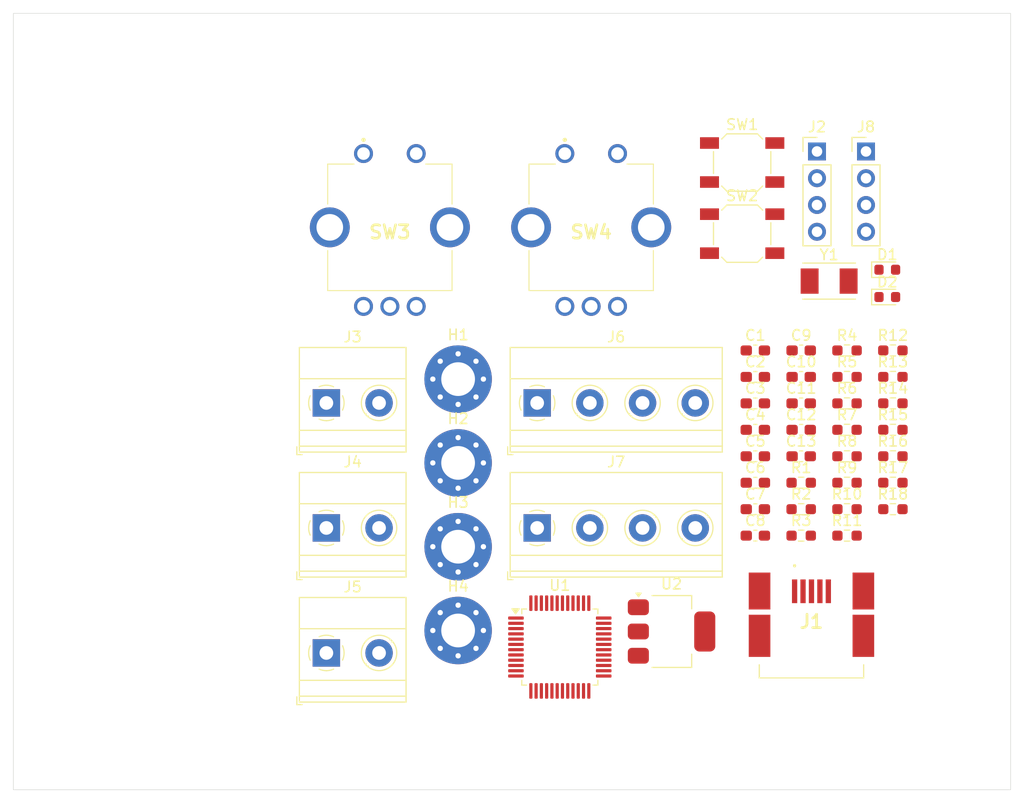
<source format=kicad_pcb>
(kicad_pcb (version 20240108) (generator "pcbnew") (generator_version "8.0")
  (layers (0 "F.Cu" signal) (1 "In1.Cu" signal) (2 "In2.Cu" signal) (31 "B.Cu" signal) (34 "B.Paste" user) (35 "F.Paste" user) (36 "B.SilkS" user "B.Silkscreen") (37 "F.SilkS" user "F.Silkscreen") (38 "B.Mask" user) (39 "F.Mask" user) (44 "Edge.Cuts" user))
  (net 0 "")
  (net 1 "Net-(U1-PD0)")
  (net 2 "GND")
  (net 3 "Net-(U1-PD1)")
  (net 4 "Net-(C3-Pad1)")
  (net 5 "+3V3")
  (net 6 "VBUS")
  (net 7 "Net-(C8-Pad1)")
  (net 8 "/FEED_RESET")
  (net 9 "Net-(C10-Pad1)")
  (net 10 "Net-(C11-Pad1)")
  (net 11 "Net-(C12-Pad1)")
  (net 12 "/RAPID_RESET")
  (net 13 "Net-(D1-A)")
  (net 14 "Net-(D2-A)")
  (net 15 "CASE")
  (net 17 "/D+")
  (net 18 "/D-")
  (net 19 "/RST")
  (net 20 "/SWD")
  (net 21 "/SCK")
  (net 22 "Net-(J6-Pin_4)")
  (net 23 "Net-(J6-Pin_3)")
  (net 24 "Net-(J6-Pin_2)")
  (net 25 "Net-(J6-Pin_1)")
  (net 26 "Net-(J7-Pin_1)")
  (net 27 "Net-(J7-Pin_4)")
  (net 28 "Net-(J7-Pin_3)")
  (net 29 "Net-(J7-Pin_2)")
  (net 30 "/I2C_SCL")
  (net 31 "/I2C_SDA")
  (net 32 "Net-(U1-BOOT0)")
  (net 33 "Net-(J1-Shield)")
  (net 34 "/LED")
  (net 35 "Net-(R9-Pad2)")
  (net 36 "/FEED_B")
  (net 37 "/FEED_A")
  (net 38 "/RAPID_A")
  (net 39 "/RAPID_B")
  (net 40 "Net-(R17-Pad2)")
  (footprint "Resistor_SMD:R_0603_1608Metric_Pad0.98x0.95mm_HandSolder" (layer "F.Cu") (at 167.9 98.475)
    (property "Reference" "R18" (at 0 -1.43 0) (layer "F.SilkS"))
    (property "Value" "2k2")
    (pad "1" smd roundrect (at -0.9125 0) (size 0.975 0.95) (layers "F.Cu" "F.Paste" "F.Mask") (net 5 "+3V3"))
    (pad "2" smd roundrect (at 0.9125 0) (size 0.975 0.95) (layers "F.Cu" "F.Paste" "F.Mask") (net 12 "/RAPID_RESET"))
  )
  (footprint "cnc-interface-panel-footprints:PEC11L4115FS0020" (layer "F.Cu") (at 136.775 64.735)
    (property "Reference" "SW4" (at 2.5 7.45 0) (layer "F.SilkS") (effects (font (size 1.27 1.27) (thickness 0.254))))
    (property "Value" "RAPID" (hide yes))
    (pad "1" thru_hole circle (at 0 0) (size 1.8 1.8) (drill 1.2) (layers "*.Cu" "*.Mask"))
    (pad "2" thru_hole circle (at 5 0) (size 1.8 1.8) (drill 1.2) (layers "*.Cu" "*.Mask"))
    (pad "A1" thru_hole circle (at 0 14.5) (size 1.8 1.8) (drill 1.2) (layers "*.Cu" "*.Mask"))
    (pad "B1" thru_hole circle (at 5 14.5) (size 1.8 1.8) (drill 1.2) (layers "*.Cu" "*.Mask"))
    (pad "C1" thru_hole circle (at 2.5 14.5) (size 1.8 1.8) (drill 1.2) (layers "*.Cu" "*.Mask"))
    (pad "MH1" thru_hole circle (at -3.2 7) (size 3.786 3.786) (drill 2.5239) (layers "*.Cu" "*.Mask"))
    (pad "MH2" thru_hole circle (at 8.2 7) (size 3.786 3.786) (drill 2.5239) (layers "*.Cu" "*.Mask"))
  )
  (footprint "Capacitor_SMD:C_0603_1608Metric_Pad1.08x0.95mm_HandSolder" (layer "F.Cu") (at 154.85 85.925)
    (property "Reference" "C2" (at 0 -1.43 0) (layer "F.SilkS"))
    (property "Value" "22pF")
    (pad "1" smd roundrect (at -0.8625 0) (size 1.075 0.95) (layers "F.Cu" "F.Paste" "F.Mask") (net 3 "Net-(U1-PD1)"))
    (pad "2" smd roundrect (at 0.8625 0) (size 1.075 0.95) (layers "F.Cu" "F.Paste" "F.Mask") (net 2 "GND"))
  )
  (footprint "MountingHole:MountingHole_3.2mm_M3_Pad_Via" (layer "F.Cu") (at 126.65 86.135)
    (property "Reference" "H1" (at 0 -4.2 0) (layer "F.SilkS"))
    (property "Value" "~")
    (pad "1" thru_hole circle (at -2.4 0) (size 0.8 0.8) (drill 0.5) (layers "*.Cu" "*.Mask") (net 15 "CASE"))
    (pad "1" thru_hole circle (at -1.697056 -1.697056) (size 0.8 0.8) (drill 0.5) (layers "*.Cu" "*.Mask") (net 15 "CASE"))
    (pad "1" thru_hole circle (at -1.697056 1.697056) (size 0.8 0.8) (drill 0.5) (layers "*.Cu" "*.Mask") (net 15 "CASE"))
    (pad "1" thru_hole circle (at 0 -2.4) (size 0.8 0.8) (drill 0.5) (layers "*.Cu" "*.Mask") (net 15 "CASE"))
    (pad "1" thru_hole circle (at 0 0) (size 6.4 6.4) (drill 3.2) (layers "*.Cu" "*.Mask") (net 15 "CASE"))
    (pad "1" thru_hole circle (at 0 2.4) (size 0.8 0.8) (drill 0.5) (layers "*.Cu" "*.Mask") (net 15 "CASE"))
    (pad "1" thru_hole circle (at 1.697056 -1.697056) (size 0.8 0.8) (drill 0.5) (layers "*.Cu" "*.Mask") (net 15 "CASE"))
    (pad "1" thru_hole circle (at 1.697056 1.697056) (size 0.8 0.8) (drill 0.5) (layers "*.Cu" "*.Mask") (net 15 "CASE"))
    (pad "1" thru_hole circle (at 2.4 0) (size 0.8 0.8) (drill 0.5) (layers "*.Cu" "*.Mask") (net 15 "CASE"))
  )
  (footprint "Resistor_SMD:R_0603_1608Metric_Pad0.98x0.95mm_HandSolder" (layer "F.Cu") (at 159.2 98.475)
    (property "Reference" "R2" (at 0 -1.43 0) (layer "F.SilkS"))
    (property "Value" "2k2")
    (pad "1" smd roundrect (at -0.9125 0) (size 0.975 0.95) (layers "F.Cu" "F.Paste" "F.Mask") (net 5 "+3V3"))
    (pad "2" smd roundrect (at 0.9125 0) (size 0.975 0.95) (layers "F.Cu" "F.Paste" "F.Mask") (net 4 "Net-(C3-Pad1)"))
  )
  (footprint "Resistor_SMD:R_0603_1608Metric_Pad0.98x0.95mm_HandSolder" (layer "F.Cu") (at 167.9 88.435)
    (property "Reference" "R14" (at 0 -1.43 0) (layer "F.SilkS"))
    (property "Value" "2k2")
    (pad "1" smd roundrect (at -0.9125 0) (size 0.975 0.95) (layers "F.Cu" "F.Paste" "F.Mask") (net 39 "/RAPID_B"))
    (pad "2" smd roundrect (at 0.9125 0) (size 0.975 0.95) (layers "F.Cu" "F.Paste" "F.Mask") (net 10 "Net-(C11-Pad1)"))
  )
  (footprint "Resistor_SMD:R_0603_1608Metric_Pad0.98x0.95mm_HandSolder" (layer "F.Cu") (at 167.9 90.945)
    (property "Reference" "R15" (at 0 -1.43 0) (layer "F.SilkS"))
    (property "Value" "2k2")
    (pad "1" smd roundrect (at -0.9125 0) (size 0.975 0.95) (layers "F.Cu" "F.Paste" "F.Mask") (net 5 "+3V3"))
    (pad "2" smd roundrect (at 0.9125 0) (size 0.975 0.95) (layers "F.Cu" "F.Paste" "F.Mask") (net 10 "Net-(C11-Pad1)"))
  )
  (footprint "cnc-interface-panel-footprints:Crystal_SMD_TXC_7A-2Pin_5x3.2mm" (layer "F.Cu") (at 161.85 76.835)
    (property "Reference" "Y1" (at 0 -2.5 0) (layer "F.SilkS"))
    (property "Value" "8MHz")
    (pad "1" smd rect (at -1.85 0) (size 1.7 2.4) (layers "F.Cu" "F.Paste" "F.Mask") (net 3 "Net-(U1-PD1)"))
    (pad "2" smd rect (at 1.85 0) (size 1.7 2.4) (layers "F.Cu" "F.Paste" "F.Mask") (net 1 "Net-(U1-PD0)"))
  )
  (footprint "Resistor_SMD:R_0603_1608Metric_Pad0.98x0.95mm_HandSolder" (layer "F.Cu") (at 167.9 93.455)
    (property "Reference" "R16" (at 0 -1.43 0) (layer "F.SilkS"))
    (property "Value" "2k2")
    (pad "1" smd roundrect (at -0.9125 0) (size 0.975 0.95) (layers "F.Cu" "F.Paste" "F.Mask") (net 5 "+3V3"))
    (pad "2" smd roundrect (at 0.9125 0) (size 0.975 0.95) (layers "F.Cu" "F.Paste" "F.Mask") (net 11 "Net-(C12-Pad1)"))
  )
  (footprint "cnc-interface-panel-footprints:TS-1187A-B-A-B" (layer "F.Cu") (at 153.6 65.585)
    (property "Reference" "SW1" (at 0 -3.6 0) (layer "F.SilkS"))
    (property "Value" "BOOT0")
    (pad "1" smd rect (at -3.1 -1.85) (size 1.8 1.1) (layers "F.Cu" "F.Paste" "F.Mask") (net 32 "Net-(U1-BOOT0)"))
    (pad "1" smd rect (at 3.1 -1.85) (size 1.8 1.1) (layers "F.Cu" "F.Paste" "F.Mask") (net 32 "Net-(U1-BOOT0)"))
    (pad "2" smd rect (at -3.1 1.85) (size 1.8 1.1) (layers "F.Cu" "F.Paste" "F.Mask") (net 5 "+3V3"))
    (pad "2" smd rect (at 3.1 1.85) (size 1.8 1.1) (layers "F.Cu" "F.Paste" "F.Mask") (net 5 "+3V3"))
  )
  (footprint "TerminalBlock_Phoenix:TerminalBlock_Phoenix_MKDS-1,5-2_1x02_P5.00mm_Horizontal" (layer "F.Cu") (at 114.15 100.255)
    (property "Reference" "J4" (at 2.5 -6.26 0) (layer "F.SilkS"))
    (property "Value" "5V-OUT")
    (pad "1" thru_hole rect (at 0 0) (size 2.6 2.6) (drill 1.3) (layers "*.Cu" "*.Mask") (net 6 "VBUS"))
    (pad "2" thru_hole circle (at 5 0) (size 2.6 2.6) (drill 1.3) (layers "*.Cu" "*.Mask") (net 6 "VBUS"))
  )
  (footprint "Capacitor_SMD:C_0603_1608Metric_Pad1.08x0.95mm_HandSolder" (layer "F.Cu") (at 154.85 98.475)
    (property "Reference" "C7" (at 0 -1.43 0) (layer "F.SilkS"))
    (property "Value" "22uF")
    (pad "1" smd roundrect (at -0.8625 0) (size 1.075 0.95) (layers "F.Cu" "F.Paste" "F.Mask") (net 5 "+3V3"))
    (pad "2" smd roundrect (at 0.8625 0) (size 1.075 0.95) (layers "F.Cu" "F.Paste" "F.Mask") (net 2 "GND"))
  )
  (footprint "TerminalBlock_Phoenix:TerminalBlock_Phoenix_MKDS-1,5-2_1x02_P5.00mm_Horizontal" (layer "F.Cu") (at 114.15 88.395)
    (property "Reference" "J3" (at 2.5 -6.26 0) (layer "F.SilkS"))
    (property "Value" "3V3-OUT")
    (pad "1" thru_hole rect (at 0 0) (size 2.6 2.6) (drill 1.3) (layers "*.Cu" "*.Mask") (net 5 "+3V3"))
    (pad "2" thru_hole circle (at 5 0) (size 2.6 2.6) (drill 1.3) (layers "*.Cu" "*.Mask") (net 5 "+3V3"))
  )
  (footprint "Capacitor_SMD:C_0603_1608Metric_Pad1.08x0.95mm_HandSolder" (layer "F.Cu") (at 159.2 90.945)
    (property "Reference" "C12" (at 0 -1.43 0) (layer "F.SilkS"))
    (property "Value" "1uF")
    (pad "1" smd roundrect (at -0.8625 0) (size 1.075 0.95) (layers "F.Cu" "F.Paste" "F.Mask") (net 11 "Net-(C12-Pad1)"))
    (pad "2" smd roundrect (at 0.8625 0) (size 1.075 0.95) (layers "F.Cu" "F.Paste" "F.Mask") (net 2 "GND"))
  )
  (footprint "Capacitor_SMD:C_0603_1608Metric_Pad1.08x0.95mm_HandSolder" (layer "F.Cu") (at 154.85 100.985)
    (property "Reference" "C8" (at 0 -1.43 0) (layer "F.SilkS"))
    (property "Value" "1uF")
    (pad "1" smd roundrect (at -0.8625 0) (size 1.075 0.95) (layers "F.Cu" "F.Paste" "F.Mask") (net 7 "Net-(C8-Pad1)"))
    (pad "2" smd roundrect (at 0.8625 0) (size 1.075 0.95) (layers "F.Cu" "F.Paste" "F.Mask") (net 2 "GND"))
  )
  (footprint "cnc-interface-panel-footprints:TS-1187A-B-A-B" (layer "F.Cu") (at 153.6 72.335)
    (property "Reference" "SW2" (at 0 -3.6 0) (layer "F.SilkS"))
    (property "Value" "RESET")
    (pad "1" smd rect (at -3.1 -1.85) (size 1.8 1.1) (layers "F.Cu" "F.Paste" "F.Mask") (net 2 "GND"))
    (pad "1" smd rect (at 3.1 -1.85) (size 1.8 1.1) (layers "F.Cu" "F.Paste" "F.Mask") (net 2 "GND"))
    (pad "2" smd rect (at -3.1 1.85) (size 1.8 1.1) (layers "F.Cu" "F.Paste" "F.Mask") (net 4 "Net-(C3-Pad1)"))
    (pad "2" smd rect (at 3.1 1.85) (size 1.8 1.1) (layers "F.Cu" "F.Paste" "F.Mask") (net 4 "Net-(C3-Pad1)"))
  )
  (footprint "Resistor_SMD:R_0603_1608Metric_Pad0.98x0.95mm_HandSolder" (layer "F.Cu") (at 163.55 98.475)
    (property "Reference" "R10" (at 0 -1.43 0) (layer "F.SilkS"))
    (property "Value" "2k2")
    (pad "1" smd roundrect (at -0.9125 0) (size 0.975 0.95) (layers "F.Cu" "F.Paste" "F.Mask") (net 5 "+3V3"))
    (pad "2" smd roundrect (at 0.9125 0) (size 0.975 0.95) (layers "F.Cu" "F.Paste" "F.Mask") (net 7 "Net-(C8-Pad1)"))
  )
  (footprint "Capacitor_SMD:C_0603_1608Metric_Pad1.08x0.95mm_HandSolder" (layer "F.Cu") (at 159.2 85.925)
    (property "Reference" "C10" (at 0 -1.43 0) (layer "F.SilkS"))
    (property "Value" "1uF")
    (pad "1" smd roundrect (at -0.8625 0) (size 1.075 0.95) (layers "F.Cu" "F.Paste" "F.Mask") (net 9 "Net-(C10-Pad1)"))
    (pad "2" smd roundrect (at 0.8625 0) (size 1.075 0.95) (layers "F.Cu" "F.Paste" "F.Mask") (net 2 "GND"))
  )
  (footprint "Capacitor_SMD:C_0603_1608Metric_Pad1.08x0.95mm_HandSolder" (layer "F.Cu") (at 159.2 83.415)
    (property "Reference" "C9" (at 0 -1.43 0) (layer "F.SilkS"))
    (property "Value" "1uF")
    (pad "1" smd roundrect (at -0.8625 0) (size 1.075 0.95) (layers "F.Cu" "F.Paste" "F.Mask") (net 8 "/FEED_RESET"))
    (pad "2" smd roundrect (at 0.8625 0) (size 1.075 0.95) (layers "F.Cu" "F.Paste" "F.Mask") (net 2 "GND"))
  )
  (footprint "MountingHole:MountingHole_3.2mm_M3_Pad_Via" (layer "F.Cu") (at 126.65 94.085)
    (property "Reference" "H2" (at 0 -4.2 0) (layer "F.SilkS"))
    (property "Value" "~")
    (pad "1" thru_hole circle (at -2.4 0) (size 0.8 0.8) (drill 0.5) (layers "*.Cu" "*.Mask") (net 15 "CASE"))
    (pad "1" thru_hole circle (at -1.697056 -1.697056) (size 0.8 0.8) (drill 0.5) (layers "*.Cu" "*.Mask") (net 15 "CASE"))
    (pad "1" thru_hole circle (at -1.697056 1.697056) (size 0.8 0.8) (drill 0.5) (layers "*.Cu" "*.Mask") (net 15 "CASE"))
    (pad "1" thru_hole circle (at 0 -2.4) (size 0.8 0.8) (drill 0.5) (layers "*.Cu" "*.Mask") (net 15 "CASE"))
    (pad "1" thru_hole circle (at 0 0) (size 6.4 6.4) (drill 3.2) (layers "*.Cu" "*.Mask") (net 15 "CASE"))
    (pad "1" thru_hole circle (at 0 2.4) (size 0.8 0.8) (drill 0.5) (layers "*.Cu" "*.Mask") (net 15 "CASE"))
    (pad "1" thru_hole circle (at 1.697056 -1.697056) (size 0.8 0.8) (drill 0.5) (layers "*.Cu" "*.Mask") (net 15 "CASE"))
    (pad "1" thru_hole circle (at 1.697056 1.697056) (size 0.8 0.8) (drill 0.5) (layers "*.Cu" "*.Mask") (net 15 "CASE"))
    (pad "1" thru_hole circle (at 2.4 0) (size 0.8 0.8) (drill 0.5) (layers "*.Cu" "*.Mask") (net 15 "CASE"))
  )
  (footprint "Resistor_SMD:R_0603_1608Metric_Pad0.98x0.95mm_HandSolder" (layer "F.Cu") (at 163.55 90.945)
    (property "Reference" "R7" (at 0 -1.43 0) (layer "F.SilkS"))
    (property "Value" "2k2")
    (pad "1" smd roundrect (at -0.9125 0) (size 0.975 0.95) (layers "F.Cu" "F.Paste" "F.Mask") (net 5 "+3V3"))
    (pad "2" smd roundrect (at 0.9125 0) (size 0.975 0.95) (layers "F.Cu" "F.Paste" "F.Mask") (net 9 "Net-(C10-Pad1)"))
  )
  (footprint "Resistor_SMD:R_0603_1608Metric_Pad0.98x0.95mm_HandSolder" (layer "F.Cu") (at 159.2 95.965)
    (property "Reference" "R1" (at 0 -1.43 0) (layer "F.SilkS"))
    (property "Value" "2k2")
    (pad "1" smd roundrect (at -0.9125 0) (size 0.975 0.95) (layers "F.Cu" "F.Paste" "F.Mask") (net 32 "Net-(U1-BOOT0)"))
    (pad "2" smd roundrect (at 0.9125 0) (size 0.975 0.95) (layers "F.Cu" "F.Paste" "F.Mask") (net 2 "GND"))
  )
  (footprint "Resistor_SMD:R_0603_1608Metric_Pad0.98x0.95mm_HandSolder" (layer "F.Cu") (at 163.55 83.415)
    (property "Reference" "R4" (at 0 -1.43 0) (layer "F.SilkS"))
    (property "Value" "0R")
    (pad "1" smd roundrect (at -0.9125 0) (size 0.975 0.95) (layers "F.Cu" "F.Paste" "F.Mask") (net 2 "GND"))
    (pad "2" smd roundrect (at 0.9125 0) (size 0.975 0.95) (layers "F.Cu" "F.Paste" "F.Mask") (net 15 "CASE"))
  )
  (footprint "Package_QFP:LQFP-48_7x7mm_P0.5mm" (layer "F.Cu") (at 136.3 111.555)
    (property "Reference" "U1" (at 0 -5.85 0) (layer "F.SilkS"))
    (property "Value" "STM32F103C8Tx")
    (pad "1" smd roundrect (at -4.1625 -2.75) (size 1.475 0.3) (layers "F.Cu" "F.Paste" "F.Mask") (net 5 "+3V3"))
    (pad "2" smd roundrect (at -4.1625 -2.25) (size 1.475 0.3) (layers "F.Cu" "F.Paste" "F.Mask"))
    (pad "3" smd roundrect (at -4.1625 -1.75) (size 1.475 0.3) (layers "F.Cu" "F.Paste" "F.Mask"))
    (pad "4" smd roundrect (at -4.1625 -1.25) (size 1.475 0.3) (layers "F.Cu" "F.Paste" "F.Mask"))
    (pad "5" smd roundrect (at -4.1625 -0.75) (size 1.475 0.3) (layers "F.Cu" "F.Paste" "F.Mask") (net 1 "Net-(U1-PD0)"))
    (pad "6" smd roundrect (at -4.1625 -0.25) (size 1.475 0.3) (layers "F.Cu" "F.Paste" "F.Mask") (net 3 "Net-(U1-PD1)"))
    (pad "7" smd roundrect (at -4.1625 0.25) (size 1.475 0.3) (layers "F.Cu" "F.Paste" "F.Mask") (net 2 "GND"))
    (pad "8" smd roundrect (at -4.1625 0.75) (size 1.475 0.3) (layers "F.Cu" "F.Paste" "F.Mask") (net 2 "GND"))
    (pad "9" smd roundrect (at -4.1625 1.25) (size 1.475 0.3) (layers "F.Cu" "F.Paste" "F.Mask") (net 5 "+3V3"))
    (pad "10" smd roundrect (at -4.1625 1.75) (size 1.475 0.3) (layers "F.Cu" "F.Paste" "F.Mask") (net 25 "Net-(J6-Pin_1)"))
    (pad "11" smd roundrect (at -4.1625 2.25) (size 1.475 0.3) (layers "F.Cu" "F.Paste" "F.Mask") (net 24 "Net-(J6-Pin_2)"))
    (pad "12" smd roundrect (at -4.1625 2.75) (size 1.475 0.3) (layers "F.Cu" "F.Paste" "F.Mask") (net 23 "Net-(J6-Pin_3)"))
    (pad "13" smd roundrect (at -2.75 4.1625) (size 0.3 1.475) (layers "F.Cu" "F.Paste" "F.Mask") (net 22 "Net-(J6-Pin_4)"))
    (pad "14" smd roundrect (at -2.25 4.1625) (size 0.3 1.475) (layers "F.Cu" "F.Paste" "F.Mask"))
    (pad "15" smd roundrect (at -1.75 4.1625) (size 0.3 1.475) (layers "F.Cu" "F.Paste" "F.Mask") (net 12 "/RAPID_RESET"))
    (pad "16" smd roundrect (at -1.25 4.1625) (size 0.3 1.475) (layers "F.Cu" "F.Paste" "F.Mask") (net 38 "/RAPID_A"))
    (pad "17" smd roundrect (at -0.75 4.1625) (size 0.3 1.475) (layers "F.Cu" "F.Paste" "F.Mask") (net 39 "/RAPID_B"))
    (pad "18" smd roundrect (at -0.25 4.1625) (size 0.3 1.475) (layers "F.Cu" "F.Paste" "F.Mask") (net 26 "Net-(J7-Pin_1)"))
    (pad "19" smd roundrect (at 0.25 4.1625) (size 0.3 1.475) (layers "F.Cu" "F.Paste" "F.Mask") (net 29 "Net-(J7-Pin_2)"))
    (pad "20" smd roundrect (at 0.75 4.1625) (size 0.3 1.475) (layers "F.Cu" "F.Paste" "F.Mask") (net 28 "Net-(J7-Pin_3)"))
    (pad "21" smd roundrect (at 1.25 4.1625) (size 0.3 1.475) (layers "F.Cu" "F.Paste" "F.Mask"))
    (pad "22" smd roundrect (at 1.75 4.1625) (size 0.3 1.475) (layers "F.Cu" "F.Paste" "F.Mask"))
    (pad "23" smd roundrect (at 2.25 4.1625) (size 0.3 1.475) (layers "F.Cu" "F.Paste" "F.Mask") (net 2 "GND"))
    (pad "24" smd roundrect (at 2.75 4.1625) (size 0.3 1.475) (layers "F.Cu" "F.Paste" "F.Mask") (net 5 "+3V3"))
    (pad "25" smd roundrect (at 4.1625 2.75) (size 1.475 0.3) (layers "F.Cu" "F.Paste" "F.Mask") (net 34 "/LED"))
    (pad "26" smd roundrect (at 4.1625 2.25) (size 1.475 0.3) (layers "F.Cu" "F.Paste" "F.Mask"))
    (pad "27" smd roundrect (at 4.1625 1.75) (size 1.475 0.3) (layers "F.Cu" "F.Paste" "F.Mask"))
    (pad "28" smd roundrect (at 4.1625 1.25) (size 1.475 0.3) (layers "F.Cu" "F.Paste" "F.Mask"))
    (pad "29" smd roundrect (at 4.1625 0.75) (size 1.475 0.3) (layers "F.Cu" "F.Paste" "F.Mask") (net 37 "/FEED_A"))
    (pad "30" smd roundrect (at 4.1625 0.25) (size 1.475 0.3) (layers "F.Cu" "F.Paste" "F.Mask") (net 36 "/FEED_B"))
    (pad "31" smd roundrect (at 4.1625 -0.25) (size 1.475 0.3) (layers "F.Cu" "F.Paste" "F.Mask") (net 8 "/FEED_RESET"))
    (pad "32" smd roundrect (at 4.1625 -0.75) (size 1.475 0.3) (layers "F.Cu" "F.Paste" "F.Mask") (net 18 "/D-"))
    (pad "33" smd roundrect (at 4.1625 -1.25) (size 1.475 0.3) (layers "F.Cu" "F.Paste" "F.Mask") (net 17 "/D+"))
    (pad "34" smd roundrect (at 4.1625 -1.75) (size 1.475 0.3) (layers "F.Cu" "F.Paste" "F.Mask") (net 20 "/SWD"))
    (pad "35" smd roundrect (at 4.1625 -2.25) (size 1.475 0.3) (layers "F.Cu" "F.Paste" "F.Mask") (net 2 "GND"))
    (pad "36" smd roundrect (at 4.1625 -2.75) (size 1.475 0.3) (layers "F.Cu" "F.Paste" "F.Mask") (net 5 "+3V3"))
    (pad "37" smd roundrect (at 2.75 -4.1625) (size 0.3 1.475) (layers "F.Cu" "F.Paste" "F.Mask") (net 21 "/SCK"))
    (pad "38" smd roundrect (at 2.25 -4.1625) (size 0.3 1.475) (layers "F.Cu" "F.Paste" "F.Mask"))
    (pad "39" smd roundrect (at 1.75 -4.1625) (size 0.3 1.475) (layers "F.Cu" "F.Paste" "F.Mask") (net 27 "Net-(J7-Pin_4)"))
    (pad "40" smd roundrect (at 1.25 -4.1625) (size 0.3 1.475) (layers "F.Cu" "F.Paste" "F.Mask") (net 19 "/RST"))
    (pad "41" smd roundrect (at 0.75 -4.1625) (size 0.3 1.475) (layers "F.Cu" "F.Paste" "F.Mask"))
    (pad "42" smd roundrect (at 0.25 -4.1625) (size 0.3 1.475) (layers "F.Cu" "F.Paste" "F.Mask"))
    (pad "43" smd roundrect (at -0.25 -4.1625) (size 0.3 1.475) (layers "F.Cu" "F.Paste" "F.Mask"))
    (pad "44" smd roundrect (at -0.75 -4.1625) (size 0.3 1.475) (layers "F.Cu" "F.Paste" "F.Mask") (net 32 "Net-(U1-BOOT0)"))
    (pad "45" smd roundrect (at -1.25 -4.1625) (size 0.3 1.475) (layers "F.Cu" "F.Paste" "F.Mask") (net 30 "/I2C_SCL"))
    (pad "46" smd roundrect (at -1.75 -4.1625) (size 0.3 1.475) (layers "F.Cu" "F.Paste" "F.Mask") (net 31 "/I2C_SDA"))
    (pad "47" smd roundrect (at -2.25 -4.1625) (size 0.3 1.475) (layers "F.Cu" "F.Paste" "F.Mask") (net 2 "GND"))
    (pad "48" smd roundrect (at -2.75 -4.1625) (size 0.3 1.475) (layers "F.Cu" "F.Paste" "F.Mask") (net 5 "+3V3"))
  )
  (footprint "cnc-interface-panel-footprints:PEC11L4115FS0020" (layer "F.Cu") (at 117.675 64.735)
    (property "Reference" "SW3" (at 2.5 7.45 0) (layer "F.SilkS") (effects (font (size 1.27 1.27) (thickness 0.254))))
    (property "Value" "FEED" (hide yes))
    (pad "1" thru_hole circle (at 0 0) (size 1.8 1.8) (drill 1.2) (layers "*.Cu" "*.Mask"))
    (pad "2" thru_hole circle (at 5 0) (size 1.8 1.8) (drill 1.2) (layers "*.Cu" "*.Mask"))
    (pad "A1" thru_hole circle (at 0 14.5) (size 1.8 1.8) (drill 1.2) (layers "*.Cu" "*.Mask"))
    (pad "B1" thru_hole circle (at 5 14.5) (size 1.8 1.8) (drill 1.2) (layers "*.Cu" "*.Mask"))
    (pad "C1" thru_hole circle (at 2.5 14.5) (size 1.8 1.8) (drill 1.2) (layers "*.Cu" "*.Mask"))
    (pad "MH1" thru_hole circle (at -3.2 7) (size 3.786 3.786) (drill 2.5239) (layers "*.Cu" "*.Mask"))
    (pad "MH2" thru_hole circle (at 8.2 7) (size 3.786 3.786) (drill 2.5239) (layers "*.Cu" "*.Mask"))
  )
  (footprint "TerminalBlock_Phoenix:TerminalBlock_Phoenix_MKDS-1,5-2_1x02_P5.00mm_Horizontal" (layer "F.Cu") (at 114.15 112.115)
    (property "Reference" "J5" (at 2.5 -6.26 0) (layer "F.SilkS"))
    (property "Value" "GND-OUT")
    (pad "1" thru_hole rect (at 0 0) (size 2.6 2.6) (drill 1.3) (layers "*.Cu" "*.Mask") (net 2 "GND"))
    (pad "2" thru_hole circle (at 5 0) (size 2.6 2.6) (drill 1.3) (layers "*.Cu" "*.Mask") (net 2 "GND"))
  )
  (footprint "Resistor_SMD:R_0603_1608Metric_Pad0.98x0.95mm_HandSolder" (layer "F.Cu") (at 163.55 100.985)
    (property "Reference" "R11" (at 0 -1.43 0) (layer "F.SilkS"))
    (property "Value" "2k2")
    (pad "1" smd roundrect (at -0.9125 0) (size 0.975 0.95) (layers "F.Cu" "F.Paste" "F.Mask") (net 36 "/FEED_B"))
    (pad "2" smd roundrect (at 0.9125 0) (size 0.975 0.95) (layers "F.Cu" "F.Paste" "F.Mask") (net 7 "Net-(C8-Pad1)"))
  )
  (footprint "MountingHole:MountingHole_3.2mm_M3_Pad_Via" (layer "F.Cu") (at 126.65 102.035)
    (property "Reference" "H3" (at 0 -4.2 0) (layer "F.SilkS"))
    (property "Value" "~")
    (pad "1" thru_hole circle (at -2.4 0) (size 0.8 0.8) (drill 0.5) (layers "*.Cu" "*.Mask") (net 15 "CASE"))
    (pad "1" thru_hole circle (at -1.697056 -1.697056) (size 0.8 0.8) (drill 0.5) (layers "*.Cu" "*.Mask") (net 15 "CASE"))
    (pad "1" thru_hole circle (at -1.697056 1.697056) (size 0.8 0.8) (drill 0.5) (layers "*.Cu" "*.Mask") (net 15 "CASE"))
    (pad "1" thru_hole circle (at 0 -2.4) (size 0.8 0.8) (drill 0.5) (layers "*.Cu" "*.Mask") (net 15 "CASE"))
    (pad "1" thru_hole circle (at 0 0) (size 6.4 6.4) (drill 3.2) (layers "*.Cu" "*.Mask") (net 15 "CASE"))
    (pad "1" thru_hole circle (at 0 2.4) (size 0.8 0.8) (drill 0.5) (layers "*.Cu" "*.Mask") (net 15 "CASE"))
    (pad "1" thru_hole circle (at 1.697056 -1.697056) (size 0.8 0.8) (drill 0.5) (layers "*.Cu" "*.Mask") (net 15 "CASE"))
    (pad "1" thru_hole circle (at 1.697056 1.697056) (size 0.8 0.8) (drill 0.5) (layers "*.Cu" "*.Mask") (net 15 "CASE"))
    (pad "1" thru_hole circle (at 2.4 0) (size 0.8 0.8) (drill 0.5) (layers "*.Cu" "*.Mask") (net 15 "CASE"))
  )
  (footprint "Connector_PinHeader_2.54mm:PinHeader_1x04_P2.54mm_Vertical" (layer "F.Cu") (at 165.35 64.535)
    (property "Reference" "J8" (at 0 -2.33 0) (layer "F.SilkS"))
    (property "Value" "I2C")
    (pad "1" thru_hole rect (at 0 0) (size 1.7 1.7) (drill 1) (layers "*.Cu" "*.Mask") (net 2 "GND"))
    (pad "2" thru_hole oval (at 0 2.54) (size 1.7 1.7) (drill 1) (layers "*.Cu" "*.Mask") (net 31 "/I2C_SDA"))
    (pad "3" thru_hole oval (at 0 5.08) (size 1.7 1.7) (drill 1) (layers "*.Cu" "*.Mask") (net 30 "/I2C_SCL"))
    (pad "4" thru_hole oval (at 0 7.62) (size 1.7 1.7) (drill 1) (layers "*.Cu" "*.Mask") (net 5 "+3V3"))
  )
  (footprint "Connector_PinHeader_2.54mm:PinHeader_1x04_P2.54mm_Vertical" (layer "F.Cu") (at 160.7 64.535)
    (property "Reference" "J2" (at 0 -2.33 0) (layer "F.SilkS"))
    (property "Value" "SWD_DAPLINK")
    (pad "1" thru_hole rect (at 0 0) (size 1.7 1.7) (drill 1) (layers "*.Cu" "*.Mask") (net 20 "/SWD"))
    (pad "2" thru_hole oval (at 0 2.54) (size 1.7 1.7) (drill 1) (layers "*.Cu" "*.Mask") (net 21 "/SCK"))
    (pad "3" thru_hole oval (at 0 5.08) (size 1.7 1.7) (drill 1) (layers "*.Cu" "*.Mask") (net 2 "GND"))
    (pad "4" thru_hole oval (at 0 7.62) (size 1.7 1.7) (drill 1) (layers "*.Cu" "*.Mask") (net 19 "/RST"))
  )
  (footprint "Capacitor_SMD:C_0603_1608Metric_Pad1.08x0.95mm_HandSolder" (layer "F.Cu") (at 159.2 88.435)
    (property "Reference" "C11" (at 0 -1.43 0) (layer "F.SilkS"))
    (property "Value" "1uF")
    (pad "1" smd roundrect (at -0.8625 0) (size 1.075 0.95) (layers "F.Cu" "F.Paste" "F.Mask") (net 10 "Net-(C11-Pad1)"))
    (pad "2" smd roundrect (at 0.8625 0) (size 1.075 0.95) (layers "F.Cu" "F.Paste" "F.Mask") (net 2 "GND"))
  )
  (footprint "Package_TO_SOT_SMD:SOT-223-3_TabPin2" (layer "F.Cu") (at 146.9 110.08)
    (property "Reference" "U2" (at 0 -4.5 0) (layer "F.SilkS"))
    (property "Value" "AMS1117-3.3")
    (pad "1" smd roundrect (at -3.15 -2.3) (size 2 1.5) (layers "F.Cu" "F.Paste" "F.Mask") (net 2 "GND"))
    (pad "2" smd roundrect (at -3.15 0) (size 2 1.5) (layers "F.Cu" "F.Paste" "F.Mask") (net 5 "+3V3"))
    (pad "2" smd roundrect (at 3.15 0) (size 2 3.8) (layers "F.Cu" "F.Paste" "F.Mask") (net 5 "+3V3"))
    (pad "3" smd roundrect (at -3.15 2.3) (size 2 1.5) (layers "F.Cu" "F.Paste" "F.Mask") (net 6 "VBUS"))
  )
  (footprint "Capacitor_SMD:C_0603_1608Metric_Pad1.08x0.95mm_HandSolder" (layer "F.Cu") (at 159.2 93.455)
    (property "Reference" "C13" (at 0 -1.43 0) (layer "F.SilkS"))
    (property "Value" "1uF")
    (pad "1" smd roundrect (at -0.8625 0) (size 1.075 0.95) (layers "F.Cu" "F.Paste" "F.Mask") (net 12 "/RAPID_RESET"))
    (pad "2" smd roundrect (at 0.8625 0) (size 1.075 0.95) (layers "F.Cu" "F.Paste" "F.Mask") (net 2 "GND"))
  )
  (footprint "Resistor_SMD:R_0603_1608Metric_Pad0.98x0.95mm_HandSolder" (layer "F.Cu") (at 167.9 95.965)
    (property "Reference" "R17" (at 0 -1.43 0) (layer "F.SilkS"))
    (property "Value" "2k2")
    (pad "1" smd roundrect (at -0.9125 0) (size 0.975 0.95) (layers "F.Cu" "F.Paste" "F.Mask") (net 12 "/RAPID_RESET"))
    (pad "2" smd roundrect (at 0.9125 0) (size 0.975 0.95) (layers "F.Cu" "F.Paste" "F.Mask") (net 40 "Net-(R17-Pad2)"))
  )
  (footprint "Resistor_SMD:R_0603_1608Metric_Pad0.98x0.95mm_HandSolder" (layer "F.Cu") (at 163.55 88.435)
    (property "Reference" "R6" (at 0 -1.43 0) (layer "F.SilkS"))
    (property "Value" "560")
    (pad "1" smd roundrect (at -0.9125 0) (size 0.975 0.95) (layers "F.Cu" "F.Paste" "F.Mask") (net 34 "/LED"))
    (pad "2" smd roundrect (at 0.9125 0) (size 0.975 0.95) (layers "F.Cu" "F.Paste" "F.Mask") (net 14 "Net-(D2-A)"))
  )
  (footprint "TerminalBlock_Phoenix:TerminalBlock_Phoenix_MKDS-1,5-4_1x04_P5.00mm_Horizontal" (layer "F.Cu") (at 134.15 88.395)
    (property "Reference" "J6" (at 7.5 -6.26 0) (layer "F.SilkS"))
    (property "Value" "IO-A")
    (pad "1" thru_hole rect (at 0 0) (size 2.6 2.6) (drill 1.3) (layers "*.Cu" "*.Mask") (net 25 "Net-(J6-Pin_1)"))
    (pad "2" thru_hole circle (at 5 0) (size 2.6 2.6) (drill 1.3) (layers "*.Cu" "*.Mask") (net 24 "Net-(J6-Pin_2)"))
    (pad "3" thru_hole circle (at 10 0) (size 2.6 2.6) (drill 1.3) (layers "*.Cu" "*.Mask") (net 23 "Net-(J6-Pin_3)"))
    (pad "4" thru_hole circle (at 15 0) (size 2.6 2.6) (drill 1.3) (layers "*.Cu" "*.Mask") (net 22 "Net-(J6-Pin_4)"))
  )
  (footprint "Capacitor_SMD:C_0603_1608Metric_Pad1.08x0.95mm_HandSolder" (layer "F.Cu") (at 154.85 90.945)
    (property "Reference" "C4" (at 0 -1.43 0) (layer "F.SilkS"))
    (property "Value" "100n")
    (pad "1" smd roundrect (at -0.8625 0) (size 1.075 0.95) (layers "F.Cu" "F.Paste" "F.Mask") (net 5 "+3V3"))
    (pad "2" smd roundrect (at 0.8625 0) (size 1.075 0.95) (layers "F.Cu" "F.Paste" "F.Mask") (net 2 "GND"))
  )
  (footprint "Resistor_SMD:R_0603_1608Metric_Pad0.98x0.95mm_HandSolder" (layer "F.Cu") (at 167.9 83.415)
    (property "Reference" "R12" (at 0 -1.43 0) (layer "F.SilkS"))
    (property "Value" "2k2")
    (pad "1" smd roundrect (at -0.9125 0) (size 0.975 0.95) (layers "F.Cu" "F.Paste" "F.Mask") (net 37 "/FEED_A"))
    (pad "2" smd roundrect (at 0.9125 0) (size 0.975 0.95) (layers "F.Cu" "F.Paste" "F.Mask") (net 9 "Net-(C10-Pad1)"))
  )
  (footprint "MountingHole:MountingHole_3.2mm_M3_Pad_Via" (layer "F.Cu") (at 126.65 109.985)
    (property "Reference" "H4" (at 0 -4.2 0) (layer "F.SilkS"))
    (property "Value" "~")
    (pad "1" thru_hole circle (at -2.4 0) (size 0.8 0.8) (drill 0.5) (layers "*.Cu" "*.Mask") (net 15 "CASE"))
    (pad "1" thru_hole circle (at -1.697056 -1.697056) (size 0.8 0.8) (drill 0.5) (layers "*.Cu" "*.Mask") (net 15 "CASE"))
    (pad "1" thru_hole circle (at -1.697056 1.697056) (size 0.8 0.8) (drill 0.5) (layers "*.Cu" "*.Mask") (net 15 "CASE"))
    (pad "1" thru_hole circle (at 0 -2.4) (size 0.8 0.8) (drill 0.5) (layers "*.Cu" "*.Mask") (net 15 "CASE"))
    (pad "1" thru_hole circle (at 0 0) (size 6.4 6.4) (drill 3.2) (layers "*.Cu" "*.Mask") (net 15 "CASE"))
    (pad "1" thru_hole circle (at 0 2.4) (size 0.8 0.8) (drill 0.5) (layers "*.Cu" "*.Mask") (net 15 "CASE"))
    (pad "1" thru_hole circle (at 1.697056 -1.697056) (size 0.8 0.8) (drill 0.5) (layers "*.Cu" "*.Mask") (net 15 "CASE"))
    (pad "1" thru_hole circle (at 1.697056 1.697056) (size 0.8 0.8) (drill 0.5) (layers "*.Cu" "*.Mask") (net 15 "CASE"))
    (pad "1" thru_hole circle (at 2.4 0) (size 0.8 0.8) (drill 0.5) (layers "*.Cu" "*.Mask") (net 15 "CASE"))
  )
  (footprint "Capacitor_SMD:C_0603_1608Metric_Pad1.08x0.95mm_HandSolder" (layer "F.Cu") (at 154.85 95.965)
    (property "Reference" "C6" (at 0 -1.43 0) (layer "F.SilkS"))
    (property "Value" "100n")
    (pad "1" smd roundrect (at -0.8625 0) (size 1.075 0.95) (layers "F.Cu" "F.Paste" "F.Mask") (net 5 "+3V3"))
    (pad "2" smd roundrect (at 0.8625 0) (size 1.075 0.95) (layers "F.Cu" "F.Paste" "F.Mask") (net 2 "GND"))
  )
  (footprint "Resistor_SMD:R_0603_1608Metric_Pad0.98x0.95mm_HandSolder" (layer "F.Cu") (at 163.55 93.455)
    (property "Reference" "R8" (at 0 -1.43 0) (layer "F.SilkS"))
    (property "Value" "2k2")
    (pad "1" smd roundrect (at -0.9125 0) (size 0.975 0.95) (layers "F.Cu" "F.Paste" "F.Mask") (net 5 "+3V3"))
    (pad "2" smd roundrect (at 0.9125 0) (size 0.975 0.95) (layers "F.Cu" "F.Paste" "F.Mask") (net 8 "/FEED_RESET"))
  )
  (footprint "TerminalBlock_Phoenix:TerminalBlock_Phoenix_MKDS-1,5-4_1x04_P5.00mm_Horizontal" (layer "F.Cu") (at 134.15 100.255)
    (property "Reference" "J7" (at 7.5 -6.26 0) (layer "F.SilkS"))
    (property "Value" "IO-B")
    (pad "1" thru_hole rect (at 0 0) (size 2.6 2.6) (drill 1.3) (layers "*.Cu" "*.Mask") (net 26 "Net-(J7-Pin_1)"))
    (pad "2" thru_hole circle (at 5 0) (size 2.6 2.6) (drill 1.3) (layers "*.Cu" "*.Mask") (net 29 "Net-(J7-Pin_2)"))
    (pad "3" thru_hole circle (at 10 0) (size 2.6 2.6) (drill 1.3) (layers "*.Cu" "*.Mask") (net 28 "Net-(J7-Pin_3)"))
    (pad "4" thru_hole circle (at 15 0) (size 2.6 2.6) (drill 1.3) (layers "*.Cu" "*.Mask") (net 27 "Net-(J7-Pin_4)"))
  )
  (footprint "Resistor_SMD:R_0603_1608Metric_Pad0.98x0.95mm_HandSolder" (layer "F.Cu") (at 167.9 85.925)
    (property "Reference" "R13" (at 0 -1.43 0) (layer "F.SilkS"))
    (property "Value" "2k2")
    (pad "1" smd roundrect (at -0.9125 0) (size 0.975 0.95) (layers "F.Cu" "F.Paste" "F.Mask") (net 38 "/RAPID_A"))
    (pad "2" smd roundrect (at 0.9125 0) (size 0.975 0.95) (layers "F.Cu" "F.Paste" "F.Mask") (net 11 "Net-(C12-Pad1)"))
  )
  (footprint "Capacitor_SMD:C_0603_1608Metric_Pad1.08x0.95mm_HandSolder" (layer "F.Cu") (at 154.85 93.455)
    (property "Reference" "C5" (at 0 -1.43 0) (layer "F.SilkS"))
    (property "Value" "100n")
    (pad "1" smd roundrect (at -0.8625 0) (size 1.075 0.95) (layers "F.Cu" "F.Paste" "F.Mask") (net 6 "VBUS"))
    (pad "2" smd roundrect (at 0.8625 0) (size 1.075 0.95) (layers "F.Cu" "F.Paste" "F.Mask") (net 2 "GND"))
  )
  (footprint "LED_SMD:LED_0603_1608Metric" (layer "F.Cu") (at 167.37 75.755)
    (property "Reference" "D1" (at 0 -1.43 0) (layer "F.SilkS"))
    (property "Value" "PWR")
    (pad "1" smd roundrect (at -0.7875 0) (size 0.875 0.95) (layers "F.Cu" "F.Paste" "F.Mask") (net 2 "GND"))
    (pad "2" smd roundrect (at 0.7875 0) (size 0.875 0.95) (layers "F.Cu" "F.Paste" "F.Mask") (net 13 "Net-(D1-A)"))
  )
  (footprint "Capacitor_SMD:C_0603_1608Metric_Pad1.08x0.95mm_HandSolder" (layer "F.Cu") (at 154.85 88.435)
    (property "Reference" "C3" (at 0 -1.43 0) (layer "F.SilkS"))
    (property "Value" "100n")
    (pad "1" smd roundrect (at -0.8625 0) (size 1.075 0.95) (layers "F.Cu" "F.Paste" "F.Mask") (net 4 "Net-(C3-Pad1)"))
    (pad "2" smd roundrect (at 0.8625 0) (size 1.075 0.95) (layers "F.Cu" "F.Paste" "F.Mask") (net 2 "GND"))
  )
  (footprint "Resistor_SMD:R_0603_1608Metric_Pad0.98x0.95mm_HandSolder" (layer "F.Cu") (at 163.55 85.925)
    (property "Reference" "R5" (at 0 -1.43 0) (layer "F.SilkS"))
    (property "Value" "560")
    (pad "1" smd roundrect (at -0.9125 0) (size 0.975 0.95) (layers "F.Cu" "F.Paste" "F.Mask") (net 5 "+3V3"))
    (pad "2" smd roundrect (at 0.9125 0) (size 0.975 0.95) (layers "F.Cu" "F.Paste" "F.Mask") (net 13 "Net-(D1-A)"))
  )
  (footprint "Resistor_SMD:R_0603_1608Metric_Pad0.98x0.95mm_HandSolder" (layer "F.Cu") (at 159.2 100.985)
    (property "Reference" "R3" (at 0 -1.43 0) (layer "F.SilkS"))
    (property "Value" "0R")
    (pad "1" smd roundrect (at -0.9125 0) (size 0.975 0.95) (layers "F.Cu" "F.Paste" "F.Mask") (net 33 "Net-(J1-Shield)"))
    (pad "2" smd roundrect (at 0.9125 0) (size 0.975 0.95) (layers "F.Cu" "F.Paste" "F.Mask") (net 15 "CASE"))
  )
  (footprint "Resistor_SMD:R_0603_1608Metric_Pad0.98x0.95mm_HandSolder" (layer "F.Cu") (at 163.55 95.965)
    (property "Reference" "R9" (at 0 -1.43 0) (layer "F.SilkS"))
    (property "Value" "2k2")
    (pad "1" smd roundrect (at -0.9125 0) (size 0.975 0.95) (layers "F.Cu" "F.Paste" "F.Mask") (net 8 "/FEED_RESET"))
    (pad "2" smd roundrect (at 0.9125 0) (size 0.975 0.95) (layers "F.Cu" "F.Paste" "F.Mask") (net 35 "Net-(R9-Pad2)"))
  )
  (footprint "cnc-interface-panel-footprints:molex-usb-mini-b-67503-1020" (layer "F.Cu") (at 160.175 109.99)
    (property "Reference" "J1" (at 0 -0.85 0) (layer "F.SilkS") (effects (font (size 1.27 1.27) (thickness 0.254))))
    (property "Value" "USB_B_Mini" (hide yes))
    (pad "" np_thru_hole circle (at -2.2 -1.4) (size 0.9 0.9) (drill 0.9) (layers "*.Cu" "*.Mask"))
    (pad "" np_thru_hole circle (at 2.2 -1.4) (size 0.9 0.9) (drill 0.9) (layers "*.Cu" "*.Mask"))
    (pad "1" smd rect (at -1.6 -3.725) (size 0.5 2.25) (layers "F.Cu" "F.Paste" "F.Mask") (net 6 "VBUS"))
    (pad "2" smd rect (at -0.8 -3.725) (size 0.5 2.25) (layers "F.Cu" "F.Paste" "F.Mask") (net 18 "/D-"))
    (pad "3" smd rect (at 0 -3.725) (size 0.5 2.25) (layers "F.Cu" "F.Paste" "F.Mask") (net 17 "/D+"))
    (pad "4" smd rect (at 0.8 -3.725) (size 0.5 2.25) (layers "F.Cu" "F.Paste" "F.Mask"))
    (pad "5" smd rect (at 1.6 -3.725) (size 0.5 2.25) (layers "F.Cu" "F.Paste" "F.Mask") (net 2 "GND"))
    (pad "MP1" smd rect (at -4.925 -3.75) (size 2.05 3.5) (layers "F.Cu" "F.Paste" "F.Mask"))
    (pad "MP2" smd rect (at 4.925 -3.75) (size 2.05 3.5) (layers "F.Cu" "F.Paste" "F.Mask"))
    (pad "MP3" smd rect (at -4.925 0.5) (size 2.05 4) (layers "F.Cu" "F.Paste" "F.Mask"))
    (pad "MP4" smd rect (at 4.925 0.5) (size 2.05 4) (layers "F.Cu" "F.Paste" "F.Mask"))
  )
  (footprint "Capacitor_SMD:C_0603_1608Metric_Pad1.08x0.95mm_HandSolder" (layer "F.Cu") (at 154.85 83.415)
    (property "Reference" "C1" (at 0 -1.43 0) (layer "F.SilkS"))
    (property "Value" "22pF")
    (pad "1" smd roundrect (at -0.8625 0) (size 1.075 0.95) (layers "F.Cu" "F.Paste" "F.Mask") (net 1 "Net-(U1-PD0)"))
    (pad "2" smd roundrect (at 0.8625 0) (size 1.075 0.95) (layers "F.Cu" "F.Paste" "F.Mask") (net 2 "GND"))
  )
  (footprint "LED_SMD:LED_0603_1608Metric" (layer "F.Cu") (at 167.37 78.345)
    (property "Reference" "D2" (at 0 -1.43 0) (layer "F.SilkS"))
    (property "Value" "STAT")
    (pad "1" smd roundrect (at -0.7875 0) (size 0.875 0.95) (layers "F.Cu" "F.Paste" "F.Mask") (net 2 "GND"))
    (pad "2" smd roundrect (at 0.7875 0) (size 0.875 0.95) (layers "F.Cu" "F.Paste" "F.Mask") (net 14 "Net-(D2-A)"))
  )
  (gr_rect (start 84.455 51.435) (end 179.07 125.095) (stroke (width 0.05)) (fill none) (layer "Edge.Cuts"))
)
</source>
